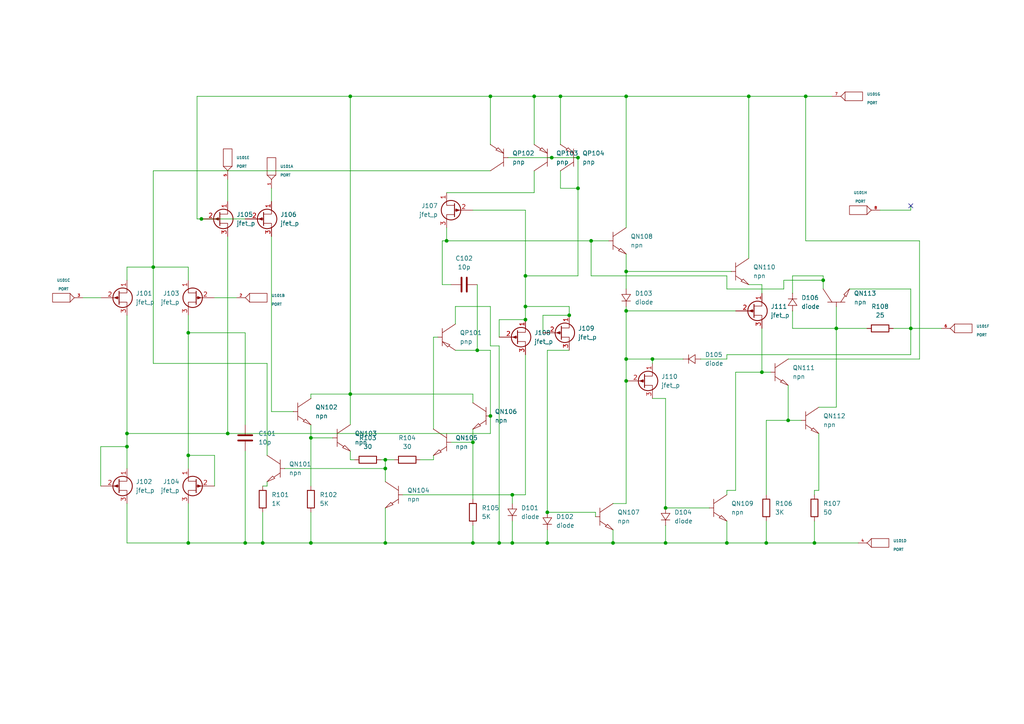
<source format=kicad_sch>
(kicad_sch (version 20211123) (generator eeschema)
  (paper "A4")
  (lib_symbols
    (symbol "LTspice_sym:diode" (pin_numbers hide) (pin_names (offset 0.0254) hide)
      (property "Reference" "D" (at 1.905 0 0))
      (property "Value" "diode" (at 1.905 -5.08 0))
      (symbol "diode_0_0"
        (polyline (pts (xy 0 -3.4798) (xy 2.54 -3.4798)))
        (polyline (pts (xy 0 -1.5748) (xy 1.27 -3.4798)))
        (polyline (pts (xy 0 -1.5748) (xy 2.54 -1.5748)))
        (polyline (pts (xy 1.27 -3.4798) (xy 1.27 -5.08)))
        (polyline (pts (xy 1.27 0) (xy 1.27 -1.5748)))
        (polyline (pts (xy 2.54 -1.5748) (xy 1.27 -3.4798)))
      )
      (symbol "diode_1_1"
        (pin unspecified line (at 1.27 0 0) (length 0) (name "+") (number "1"))
        (pin unspecified line (at 1.27 -5.08 0) (length 0) (name "-") (number "2"))
      )
    )
    (symbol "LTspice_sym:npn" (pin_numbers hide) (pin_names (offset 0.0254) hide)
      (property "Reference" "QN" (at 4.445 -2.54 0))
      (property "Value" "npn" (at 4.445 -5.3848 0))
      (symbol "npn_0_0"
        (polyline (pts (xy 1.27 -6.35) (xy 1.27 -1.27)))
        (polyline (pts (xy 1.27 -3.81) (xy 0 -3.81)))
        (polyline (pts (xy 1.27 -2.54) (xy 5.08 0)))
        (polyline (pts (xy 3.175 -6.35) (xy 1.27 -5.08)))
        (polyline (pts (xy 3.4798 -6.0198) (xy 2.8448 -6.6548)))
        (polyline (pts (xy 5.08 -7.62) (xy 2.8448 -6.6548)))
        (polyline (pts (xy 5.08 -7.62) (xy 3.4798 -6.0198)))
      )
      (symbol "npn_1_1"
        (pin unspecified line (at 5.08 0 0) (length 0) (name "C") (number "1"))
        (pin unspecified line (at 0 -3.81 0) (length 0) (name "B") (number "2"))
        (pin unspecified line (at 5.08 -7.62 0) (length 0) (name "E") (number "3"))
      )
    )
    (symbol "LTspice_sym:pnp" (pin_numbers hide) (pin_names (offset 0.0254) hide)
      (property "Reference" "QP" (at 6.6548 -2.54 0))
      (property "Value" "pnp" (at 6.6548 -5.3848 0))
      (symbol "pnp_0_0"
        (polyline (pts (xy 1.27 -6.35) (xy 1.27 -1.27)))
        (polyline (pts (xy 1.27 -5.08) (xy 2.8448 -6.6548)))
        (polyline (pts (xy 1.27 -5.08) (xy 3.4798 -6.0198)))
        (polyline (pts (xy 1.27 -3.81) (xy 0 -3.81)))
        (polyline (pts (xy 1.27 -2.54) (xy 5.08 0)))
        (polyline (pts (xy 3.175 -6.35) (xy 5.08 -7.62)))
        (polyline (pts (xy 3.4798 -6.0198) (xy 2.8448 -6.6548)))
      )
      (symbol "pnp_1_1"
        (pin unspecified line (at 5.08 0 0) (length 0) (name "C") (number "1"))
        (pin unspecified line (at 0 -3.81 0) (length 0) (name "B") (number "2"))
        (pin unspecified line (at 5.08 -7.62 0) (length 0) (name "E") (number "3"))
      )
    )
    (symbol "eSim_Devices:capacitor" (pin_numbers hide) (pin_names (offset 0.254))
      (property "Reference" "C" (at 0.635 2.54 0))
      (property "Value" "capacitor" (at 0.635 -2.54 0))
      (symbol "capacitor_0_1"
        (polyline (pts (xy -2.032 -0.762) (xy 2.032 -0.762)) (stroke (width 0.508)))
        (polyline (pts (xy -2.032 0.762) (xy 2.032 0.762)) (stroke (width 0.508)))
      )
      (symbol "capacitor_1_1"
        (pin passive line (at 0 3.81 270) (length 2.794) (name "~") (number "1"))
        (pin passive line (at 0 -3.81 90) (length 2.794) (name "~") (number "2"))
      )
    )
    (symbol "eSim_Devices:jfet_p" (pin_names (offset 0) hide)
      (property "Reference" "J" (at -2.54 1.27 0))
      (property "Value" "jfet_p" (at -1.27 3.81 0))
      (symbol "jfet_p_0_1"
        (polyline (pts (xy 0.254 1.905) (xy 0.254 -1.905) (xy 0.254 -1.905)) (stroke (width 0.254)))
        (polyline (pts (xy 2.54 -2.54) (xy 2.54 -1.27) (xy 0.254 -1.27)))
        (polyline (pts (xy 2.54 2.54) (xy 2.54 1.397) (xy 0.254 1.397)))
        (polyline (pts (xy -1.143 0) (xy -0.127 0.381) (xy -0.127 -0.381) (xy -1.143 0)) (fill (type outline)))
        (circle (center 1.27 0) (radius 2.8194) (stroke (width 0.254)))
      )
      (symbol "jfet_p_1_1"
        (pin passive line (at 2.54 5.08 270) (length 2.54) (name "D") (number "1"))
        (pin passive line (at -5.08 0 0) (length 5.334) (name "G") (number "2"))
        (pin passive line (at 2.54 -5.08 90) (length 2.54) (name "S") (number "3"))
      )
    )
    (symbol "eSim_Devices:resistor" (pin_numbers hide) (pin_names (offset 0))
      (property "Reference" "R" (at 1.27 3.302 0))
      (property "Value" "resistor" (at 1.27 -1.27 0))
      (symbol "resistor_0_1"
        (rectangle (start 3.81 0.254) (end -1.27 2.286) (stroke (width 0.254)))
      )
      (symbol "resistor_1_1"
        (pin passive line (at -2.54 1.27 0) (length 1.27) (name "~") (number "1"))
        (pin passive line (at 5.08 1.27 180) (length 1.27) (name "~") (number "2"))
      )
    )
    (symbol "eSim_Miscellaneous:PORT" (pin_names (offset 1.016))
      (property "Reference" "U" (at 1.27 2.54 0))
      (property "Value" "PORT" (at 0 0 0))
      (symbol "PORT_0_1"
        (rectangle (start -2.54 1.27) (end 2.54 -1.27))
        (arc (start 2.54 1.27) (mid 3.1355 0.5955) (end 3.81 0))
        (arc (start 3.81 0) (mid 3.1447 -0.6046) (end 2.54 -1.27))
      )
      (symbol "PORT_1_1"
        (pin bidirectional line (at 6.35 0 180) (length 2.54) (name "~") (number "1"))
      )
      (symbol "PORT_2_1"
        (pin bidirectional line (at 6.35 0 180) (length 2.54) (name "~") (number "2"))
      )
      (symbol "PORT_3_1"
        (pin bidirectional line (at 6.35 0 180) (length 2.54) (name "~") (number "3"))
      )
      (symbol "PORT_4_1"
        (pin bidirectional line (at 6.35 0 180) (length 2.54) (name "~") (number "4"))
      )
      (symbol "PORT_5_1"
        (pin bidirectional line (at 6.35 0 180) (length 2.54) (name "~") (number "5"))
      )
      (symbol "PORT_6_1"
        (pin bidirectional line (at 6.35 0 180) (length 2.54) (name "~") (number "6"))
      )
      (symbol "PORT_7_1"
        (pin bidirectional line (at 6.35 0 180) (length 2.54) (name "~") (number "7"))
      )
      (symbol "PORT_8_1"
        (pin bidirectional line (at 6.35 0 180) (length 2.54) (name "~") (number "8"))
      )
      (symbol "PORT_9_1"
        (pin bidirectional line (at 6.35 0 180) (length 2.54) (name "~") (number "9"))
      )
      (symbol "PORT_10_1"
        (pin bidirectional line (at 6.35 0 180) (length 2.54) (name "~") (number "10"))
      )
      (symbol "PORT_11_1"
        (pin bidirectional line (at 6.35 0 180) (length 2.54) (name "~") (number "11"))
      )
      (symbol "PORT_12_1"
        (pin bidirectional line (at 6.35 0 180) (length 2.54) (name "~") (number "12"))
      )
      (symbol "PORT_13_1"
        (pin bidirectional line (at 6.35 0 180) (length 2.54) (name "~") (number "13"))
      )
      (symbol "PORT_14_1"
        (pin bidirectional line (at 6.35 0 180) (length 2.54) (name "~") (number "14"))
      )
      (symbol "PORT_15_1"
        (pin bidirectional line (at 6.35 0 180) (length 2.54) (name "~") (number "15"))
      )
      (symbol "PORT_16_1"
        (pin bidirectional line (at 6.35 0 180) (length 2.54) (name "~") (number "16"))
      )
      (symbol "PORT_17_1"
        (pin bidirectional line (at 6.35 0 180) (length 2.54) (name "~") (number "17"))
      )
      (symbol "PORT_18_1"
        (pin bidirectional line (at 6.35 0 180) (length 2.54) (name "~") (number "18"))
      )
      (symbol "PORT_19_1"
        (pin bidirectional line (at 6.35 0 180) (length 2.54) (name "~") (number "19"))
      )
      (symbol "PORT_20_1"
        (pin bidirectional line (at 6.35 0 180) (length 2.54) (name "~") (number "20"))
      )
      (symbol "PORT_21_1"
        (pin bidirectional line (at 6.35 0 180) (length 2.54) (name "~") (number "21"))
      )
      (symbol "PORT_22_1"
        (pin bidirectional line (at 6.35 0 180) (length 2.54) (name "~") (number "22"))
      )
      (symbol "PORT_23_1"
        (pin bidirectional line (at 6.35 0 180) (length 2.54) (name "~") (number "23"))
      )
      (symbol "PORT_24_1"
        (pin bidirectional line (at 6.35 0 180) (length 2.54) (name "~") (number "24"))
      )
      (symbol "PORT_25_1"
        (pin bidirectional line (at 6.35 0 180) (length 2.54) (name "~") (number "25"))
      )
      (symbol "PORT_26_1"
        (pin bidirectional line (at 6.35 0 180) (length 2.54) (name "~") (number "26"))
      )
    )
    (symbol "pnp_1" (pin_numbers hide) (pin_names (offset 0.0254) hide)
      (property "Reference" "QP" (at 6.6548 -2.54 0))
      (property "Value" "pnp_1" (at 6.6548 -5.3848 0))
      (symbol "pnp_1_0_0"
        (polyline (pts (xy 1.27 -6.35) (xy 1.27 -1.27)))
        (polyline (pts (xy 1.27 -5.08) (xy 2.8448 -6.6548)))
        (polyline (pts (xy 1.27 -5.08) (xy 3.4798 -6.0198)))
        (polyline (pts (xy 1.27 -3.81) (xy 0 -3.81)))
        (polyline (pts (xy 1.27 -2.54) (xy 5.08 0)))
        (polyline (pts (xy 3.175 -6.35) (xy 5.08 -7.62)))
        (polyline (pts (xy 3.4798 -6.0198) (xy 2.8448 -6.6548)))
      )
      (symbol "pnp_1_1_1"
        (pin unspecified line (at 5.08 0 0) (length 0) (name "C") (number "1"))
        (pin unspecified line (at 0 -3.81 0) (length 0) (name "B") (number "2"))
        (pin unspecified line (at 5.08 -7.62 0) (length 0) (name "E") (number "3"))
      )
    )
  )
  (junction (at 167.64 45.72))
  (junction (at 144.78 157.48))
  (junction (at 217.17 27.94))
  (junction (at 148.59 157.48))
  (junction (at 171.45 69.85))
  (junction (at 181.61 104.14))
  (junction (at 242.57 95.25))
  (junction (at 220.98 107.95))
  (junction (at 158.75 157.48))
  (junction (at 193.04 157.48))
  (junction (at 36.83 125.73))
  (junction (at 90.17 157.48))
  (junction (at 76.2 157.48))
  (junction (at 142.24 27.94))
  (junction (at 189.23 104.14))
  (junction (at 228.6 121.92))
  (junction (at 236.22 157.48))
  (junction (at 111.76 133.35))
  (junction (at 111.76 157.48))
  (junction (at 177.8 157.48))
  (junction (at 181.61 27.94))
  (junction (at 238.76 81.28))
  (junction (at 222.25 157.48))
  (junction (at 58.42 63.5))
  (junction (at 152.4 88.9))
  (junction (at 54.61 157.48))
  (junction (at 71.12 157.48))
  (junction (at 152.4 80.01))
  (junction (at 44.45 77.47))
  (junction (at 66.04 125.73))
  (junction (at 137.16 128.27))
  (junction (at 148.59 143.51))
  (junction (at 101.6 114.3))
  (junction (at 264.16 95.25))
  (junction (at 165.1 91.44))
  (junction (at 181.61 90.17))
  (junction (at 193.04 147.32))
  (junction (at 54.61 132.08))
  (junction (at 162.56 27.94))
  (junction (at 181.61 78.74))
  (junction (at 152.4 92.71))
  (junction (at 160.02 45.72))
  (junction (at 181.61 110.49))
  (junction (at 137.16 157.48))
  (junction (at 129.54 69.85))
  (junction (at 101.6 27.94))
  (junction (at 233.68 27.94))
  (junction (at 154.94 27.94))
  (junction (at 54.61 96.52))
  (junction (at 210.82 157.48))
  (junction (at 111.76 135.89))
  (junction (at 158.75 148.59))
  (junction (at 90.17 127))
  (junction (at 36.83 129.54))
  (junction (at 142.24 120.65))
  (junction (at 138.43 101.6))
  (junction (at 167.64 54.61))
  (no_connect (at 264.16 59.69))
  (wire (pts (xy 144.78 100.33) (xy 144.78 157.48)))
  (wire (pts (xy 172.72 148.59) (xy 172.72 149.86)))
  (wire (pts (xy 266.7 69.85) (xy 233.68 69.85)))
  (wire (pts (xy 54.61 91.44) (xy 54.61 96.52)))
  (wire (pts (xy 29.21 140.97) (xy 29.21 129.54)))
  (wire (pts (xy 129.54 55.88) (xy 154.94 55.88)))
  (wire (pts (xy 128.27 82.55) (xy 128.27 69.85)))
  (wire (pts (xy 210.82 83.82) (xy 227.33 83.82)))
  (wire (pts (xy 137.16 114.3) (xy 137.16 116.84)))
  (wire (pts (xy 71.12 130.81) (xy 71.12 157.48)))
  (wire (pts (xy 54.61 157.48) (xy 71.12 157.48)))
  (wire (pts (xy 255.27 60.96) (xy 264.16 60.96)))
  (wire (pts (xy 229.87 90.17) (xy 229.87 95.25)))
  (wire (pts (xy 152.4 88.9) (xy 152.4 92.71)))
  (wire (pts (xy 193.04 147.32) (xy 205.74 147.32)))
  (wire (pts (xy 127 97.79) (xy 125.73 97.79)))
  (wire (pts (xy 142.24 100.33) (xy 144.78 100.33)))
  (wire (pts (xy 217.17 27.94) (xy 233.68 27.94)))
  (wire (pts (xy 57.15 27.94) (xy 57.15 63.5)))
  (wire (pts (xy 248.92 157.48) (xy 236.22 157.48)))
  (wire (pts (xy 181.61 78.74) (xy 212.09 78.74)))
  (wire (pts (xy 130.81 82.55) (xy 128.27 82.55)))
  (wire (pts (xy 62.23 132.08) (xy 54.61 132.08)))
  (wire (pts (xy 147.32 45.72) (xy 160.02 45.72)))
  (wire (pts (xy 129.54 69.85) (xy 171.45 69.85)))
  (wire (pts (xy 138.43 82.55) (xy 138.43 101.6)))
  (wire (pts (xy 36.83 125.73) (xy 66.04 125.73)))
  (wire (pts (xy 181.61 90.17) (xy 181.61 104.14)))
  (wire (pts (xy 213.36 142.24) (xy 210.82 142.24)))
  (wire (pts (xy 152.4 60.96) (xy 152.4 80.01)))
  (wire (pts (xy 144.78 92.71) (xy 152.4 92.71)))
  (wire (pts (xy 36.83 157.48) (xy 54.61 157.48)))
  (wire (pts (xy 111.76 147.32) (xy 111.76 157.48)))
  (wire (pts (xy 213.36 142.24) (xy 213.36 107.95)))
  (wire (pts (xy 142.24 120.65) (xy 142.24 125.73)))
  (wire (pts (xy 157.48 91.44) (xy 165.1 91.44)))
  (wire (pts (xy 266.7 104.14) (xy 266.7 69.85)))
  (wire (pts (xy 137.16 152.4) (xy 137.16 157.48)))
  (wire (pts (xy 222.25 157.48) (xy 236.22 157.48)))
  (wire (pts (xy 220.98 82.55) (xy 220.98 85.09)))
  (wire (pts (xy 54.61 146.05) (xy 54.61 157.48)))
  (wire (pts (xy 165.1 101.6) (xy 158.75 101.6)))
  (wire (pts (xy 78.74 119.38) (xy 85.09 119.38)))
  (wire (pts (xy 203.2 104.14) (xy 210.82 104.14)))
  (wire (pts (xy 181.61 78.74) (xy 181.61 83.82)))
  (wire (pts (xy 142.24 120.65) (xy 142.24 101.6)))
  (wire (pts (xy 101.6 27.94) (xy 101.6 114.3)))
  (wire (pts (xy 158.75 148.59) (xy 172.72 148.59)))
  (wire (pts (xy 132.08 88.9) (xy 142.24 88.9)))
  (wire (pts (xy 66.04 68.58) (xy 66.04 125.73)))
  (wire (pts (xy 264.16 102.87) (xy 264.16 95.25)))
  (wire (pts (xy 238.76 81.28) (xy 238.76 83.82)))
  (wire (pts (xy 101.6 123.19) (xy 101.6 114.3)))
  (wire (pts (xy 36.83 125.73) (xy 36.83 129.54)))
  (wire (pts (xy 228.6 104.14) (xy 266.7 104.14)))
  (wire (pts (xy 189.23 115.57) (xy 193.04 115.57)))
  (wire (pts (xy 229.87 80.01) (xy 238.76 80.01)))
  (wire (pts (xy 193.04 152.4) (xy 193.04 157.48)))
  (wire (pts (xy 181.61 110.49) (xy 181.61 146.05)))
  (wire (pts (xy 110.49 133.35) (xy 111.76 133.35)))
  (wire (pts (xy 144.78 97.79) (xy 144.78 92.71)))
  (wire (pts (xy 210.82 104.14) (xy 210.82 102.87)))
  (wire (pts (xy 76.2 157.48) (xy 71.12 157.48)))
  (wire (pts (xy 236.22 151.13) (xy 236.22 157.48)))
  (wire (pts (xy 77.47 139.7) (xy 77.47 140.97)))
  (wire (pts (xy 77.47 105.41) (xy 44.45 105.41)))
  (wire (pts (xy 210.82 157.48) (xy 222.25 157.48)))
  (wire (pts (xy 58.42 63.5) (xy 71.12 63.5)))
  (wire (pts (xy 142.24 101.6) (xy 138.43 101.6)))
  (wire (pts (xy 264.16 59.69) (xy 264.16 60.96)))
  (wire (pts (xy 102.87 133.35) (xy 101.6 133.35)))
  (wire (pts (xy 177.8 153.67) (xy 177.8 157.48)))
  (wire (pts (xy 222.25 151.13) (xy 222.25 157.48)))
  (wire (pts (xy 111.76 135.89) (xy 111.76 139.7)))
  (wire (pts (xy 167.64 45.72) (xy 167.64 54.61)))
  (wire (pts (xy 237.49 125.73) (xy 237.49 142.24)))
  (wire (pts (xy 189.23 104.14) (xy 181.61 104.14)))
  (wire (pts (xy 137.16 157.48) (xy 111.76 157.48)))
  (wire (pts (xy 193.04 157.48) (xy 177.8 157.48)))
  (wire (pts (xy 259.08 95.25) (xy 264.16 95.25)))
  (wire (pts (xy 162.56 27.94) (xy 181.61 27.94)))
  (wire (pts (xy 227.33 81.28) (xy 238.76 81.28)))
  (wire (pts (xy 90.17 127) (xy 96.52 127)))
  (wire (pts (xy 176.53 69.85) (xy 171.45 69.85)))
  (wire (pts (xy 90.17 157.48) (xy 76.2 157.48)))
  (wire (pts (xy 90.17 114.3) (xy 101.6 114.3)))
  (wire (pts (xy 171.45 69.85) (xy 171.45 80.01)))
  (wire (pts (xy 233.68 27.94) (xy 241.3 27.94)))
  (wire (pts (xy 44.45 105.41) (xy 44.45 77.47)))
  (wire (pts (xy 142.24 27.94) (xy 154.94 27.94)))
  (wire (pts (xy 158.75 153.67) (xy 158.75 157.48)))
  (wire (pts (xy 167.64 80.01) (xy 152.4 80.01)))
  (wire (pts (xy 193.04 115.57) (xy 193.04 147.32)))
  (wire (pts (xy 210.82 151.13) (xy 210.82 157.48)))
  (wire (pts (xy 44.45 49.53) (xy 142.24 49.53)))
  (wire (pts (xy 90.17 127) (xy 90.17 140.97)))
  (wire (pts (xy 273.05 95.25) (xy 264.16 95.25)))
  (wire (pts (xy 152.4 80.01) (xy 152.4 88.9)))
  (wire (pts (xy 36.83 129.54) (xy 36.83 135.89)))
  (wire (pts (xy 242.57 88.9) (xy 242.57 95.25)))
  (wire (pts (xy 54.61 132.08) (xy 54.61 135.89)))
  (wire (pts (xy 165.1 91.44) (xy 165.1 88.9)))
  (wire (pts (xy 152.4 143.51) (xy 148.59 143.51)))
  (wire (pts (xy 90.17 148.59) (xy 90.17 157.48)))
  (wire (pts (xy 242.57 95.25) (xy 242.57 118.11)))
  (wire (pts (xy 189.23 104.14) (xy 198.12 104.14)))
  (wire (pts (xy 217.17 82.55) (xy 220.98 82.55)))
  (wire (pts (xy 54.61 96.52) (xy 54.61 132.08)))
  (wire (pts (xy 111.76 133.35) (xy 114.3 133.35)))
  (wire (pts (xy 76.2 148.59) (xy 76.2 157.48)))
  (wire (pts (xy 154.94 27.94) (xy 154.94 41.91)))
  (wire (pts (xy 54.61 77.47) (xy 54.61 81.28)))
  (wire (pts (xy 162.56 27.94) (xy 162.56 41.91)))
  (wire (pts (xy 229.87 95.25) (xy 242.57 95.25)))
  (wire (pts (xy 77.47 140.97) (xy 76.2 140.97)))
  (wire (pts (xy 142.24 88.9) (xy 142.24 100.33)))
  (wire (pts (xy 220.98 107.95) (xy 223.52 107.95)))
  (wire (pts (xy 36.83 77.47) (xy 44.45 77.47)))
  (wire (pts (xy 66.04 125.73) (xy 142.24 125.73)))
  (wire (pts (xy 181.61 88.9) (xy 181.61 90.17)))
  (wire (pts (xy 210.82 80.01) (xy 210.82 83.82)))
  (wire (pts (xy 238.76 80.01) (xy 238.76 81.28)))
  (wire (pts (xy 130.81 128.27) (xy 137.16 128.27)))
  (wire (pts (xy 232.41 121.92) (xy 228.6 121.92)))
  (wire (pts (xy 82.55 135.89) (xy 111.76 135.89)))
  (wire (pts (xy 78.74 68.58) (xy 78.74 119.38)))
  (wire (pts (xy 44.45 49.53) (xy 44.45 77.47)))
  (wire (pts (xy 152.4 102.87) (xy 152.4 143.51)))
  (wire (pts (xy 137.16 144.78) (xy 137.16 128.27)))
  (wire (pts (xy 148.59 157.48) (xy 144.78 157.48)))
  (wire (pts (xy 101.6 27.94) (xy 142.24 27.94)))
  (wire (pts (xy 181.61 73.66) (xy 181.61 78.74)))
  (wire (pts (xy 71.12 123.19) (xy 71.12 96.52)))
  (wire (pts (xy 36.83 91.44) (xy 36.83 125.73)))
  (wire (pts (xy 181.61 27.94) (xy 217.17 27.94)))
  (wire (pts (xy 220.98 95.25) (xy 220.98 107.95)))
  (wire (pts (xy 242.57 118.11) (xy 237.49 118.11)))
  (wire (pts (xy 237.49 142.24) (xy 236.22 142.24)))
  (wire (pts (xy 57.15 27.94) (xy 101.6 27.94)))
  (wire (pts (xy 142.24 27.94) (xy 142.24 41.91)))
  (wire (pts (xy 222.25 121.92) (xy 222.25 143.51)))
  (wire (pts (xy 236.22 142.24) (xy 236.22 143.51)))
  (wire (pts (xy 24.13 86.36) (xy 29.21 86.36)))
  (wire (pts (xy 264.16 83.82) (xy 264.16 95.25)))
  (wire (pts (xy 90.17 123.19) (xy 90.17 127)))
  (wire (pts (xy 171.45 80.01) (xy 210.82 80.01)))
  (wire (pts (xy 144.78 157.48) (xy 137.16 157.48)))
  (wire (pts (xy 162.56 49.53) (xy 162.56 54.61)))
  (wire (pts (xy 148.59 146.05) (xy 148.59 143.51)))
  (wire (pts (xy 242.57 95.25) (xy 251.46 95.25)))
  (wire (pts (xy 233.68 69.85) (xy 233.68 27.94)))
  (wire (pts (xy 181.61 27.94) (xy 181.61 66.04)))
  (wire (pts (xy 210.82 157.48) (xy 193.04 157.48)))
  (wire (pts (xy 228.6 121.92) (xy 222.25 121.92)))
  (wire (pts (xy 165.1 88.9) (xy 152.4 88.9)))
  (wire (pts (xy 77.47 132.08) (xy 77.47 105.41)))
  (wire (pts (xy 138.43 101.6) (xy 132.08 101.6)))
  (wire (pts (xy 101.6 133.35) (xy 101.6 130.81)))
  (wire (pts (xy 181.61 146.05) (xy 177.8 146.05)))
  (wire (pts (xy 90.17 115.57) (xy 90.17 114.3)))
  (wire (pts (xy 78.74 54.61) (xy 78.74 58.42)))
  (wire (pts (xy 181.61 104.14) (xy 181.61 110.49)))
  (wire (pts (xy 129.54 66.04) (xy 129.54 69.85)))
  (wire (pts (xy 213.36 107.95) (xy 220.98 107.95)))
  (wire (pts (xy 148.59 143.51) (xy 116.84 143.51)))
  (wire (pts (xy 162.56 54.61) (xy 167.64 54.61)))
  (wire (pts (xy 125.73 132.08) (xy 125.73 133.35)))
  (wire (pts (xy 29.21 129.54) (xy 36.83 129.54)))
  (wire (pts (xy 111.76 133.35) (xy 111.76 135.89)))
  (wire (pts (xy 229.87 85.09) (xy 229.87 80.01)))
  (wire (pts (xy 111.76 157.48) (xy 90.17 157.48)))
  (wire (pts (xy 66.04 52.07) (xy 66.04 58.42)))
  (wire (pts (xy 167.64 54.61) (xy 167.64 80.01)))
  (wire (pts (xy 158.75 101.6) (xy 158.75 148.59)))
  (wire (pts (xy 71.12 96.52) (xy 54.61 96.52)))
  (wire (pts (xy 154.94 27.94) (xy 162.56 27.94)))
  (wire (pts (xy 227.33 83.82) (xy 227.33 81.28)))
  (wire (pts (xy 128.27 69.85) (xy 129.54 69.85)))
  (wire (pts (xy 125.73 97.79) (xy 125.73 124.46)))
  (wire (pts (xy 62.23 140.97) (xy 62.23 132.08)))
  (wire (pts (xy 228.6 111.76) (xy 228.6 121.92)))
  (wire (pts (xy 210.82 142.24) (xy 210.82 143.51)))
  (wire (pts (xy 44.45 77.47) (xy 54.61 77.47)))
  (wire (pts (xy 36.83 146.05) (xy 36.83 157.48)))
  (wire (pts (xy 137.16 128.27) (xy 137.16 124.46)))
  (wire (pts (xy 101.6 114.3) (xy 137.16 114.3)))
  (wire (pts (xy 160.02 45.72) (xy 167.64 45.72)))
  (wire (pts (xy 154.94 55.88) (xy 154.94 49.53)))
  (wire (pts (xy 137.16 60.96) (xy 152.4 60.96)))
  (wire (pts (xy 217.17 27.94) (xy 217.17 74.93)))
  (wire (pts (xy 246.38 83.82) (xy 264.16 83.82)))
  (wire (pts (xy 57.15 63.5) (xy 58.42 63.5)))
  (wire (pts (xy 68.58 86.36) (xy 62.23 86.36)))
  (wire (pts (xy 125.73 133.35) (xy 121.92 133.35)))
  (wire (pts (xy 189.23 105.41) (xy 189.23 104.14)))
  (wire (pts (xy 213.36 90.17) (xy 181.61 90.17)))
  (wire (pts (xy 157.48 96.52) (xy 157.48 91.44)))
  (wire (pts (xy 132.08 93.98) (xy 132.08 88.9)))
  (wire (pts (xy 210.82 102.87) (xy 264.16 102.87)))
  (wire (pts (xy 148.59 157.48) (xy 158.75 157.48)))
  (wire (pts (xy 177.8 157.48) (xy 158.75 157.48)))
  (wire (pts (xy 148.59 151.13) (xy 148.59 157.48)))
  (wire (pts (xy 36.83 81.28) (xy 36.83 77.47)))
  (symbol (lib_id "eSim_Miscellaneous:PORT") (at 247.65 27.94 180) (unit 7)
    (property "Reference" "U101" (at 251.46 27.305 0) (effects (font (size 0.762 0.762)) (justify right)))
    (property "Value" "PORT" (at 251.46 29.845 0) (effects (font (size 0.762 0.762)) (justify right)))
  )
  (symbol (lib_id "eSim_Devices:resistor") (at 91.44 146.05 90) (unit 1)
    (property "Reference" "R102" (at 92.71 143.5099 90) (effects (justify right)))
    (property "Value" "5K" (at 92.71 146.0499 90) (effects (justify right)))
  )
  (symbol (lib_id "LTspice_sym:diode") (at 203.2 105.41 270) (mirror x) (unit 1)
    (property "Reference" "D105" (at 204.47 102.8699 90) (effects (justify left)))
    (property "Value" "diode" (at 204.47 105.4099 90) (effects (justify left)))
    (property "Field5" "D" (effects hide))
  )
  (symbol (lib_id "eSim_Devices:jfet_p") (at 63.5 63.5 0) (unit 1)
    (property "Reference" "J105" (at 68.58 62.2299 0) (effects (justify left)))
    (property "Value" "jfet_p" (at 68.58 64.7699 0) (effects (justify left)))
  )
  (symbol (lib_name "pnp_1") (lib_id "LTspice_sym:pnp") (at 167.64 49.53 180) (unit 1)
    (property "Reference" "QP104" (at 168.91 44.4499 0) (effects (justify right)))
    (property "Value" "pnp" (at 168.91 46.9899 0) (effects (justify right)))
    (property "Field5" "PNP" (effects hide))
  )
  (symbol (lib_id "eSim_Miscellaneous:PORT") (at 66.04 45.72 270) (unit 5)
    (property "Reference" "U101" (at 68.58 45.72 90) (effects (font (size 0.762 0.762)) (justify left)))
    (property "Value" "PORT" (at 68.58 48.26 90) (effects (font (size 0.762 0.762)) (justify left)))
  )
  (symbol (lib_id "LTspice_sym:npn") (at 232.41 118.11 0) (unit 1)
    (property "Reference" "QN112" (at 238.76 120.6499 0) (effects (justify left)))
    (property "Value" "npn" (at 238.76 123.1899 0) (effects (justify left)))
    (property "Field5" "NPN" (effects hide))
  )
  (symbol (lib_id "eSim_Devices:jfet_p") (at 34.29 86.36 0) (unit 1)
    (property "Reference" "J101" (at 39.37 85.0899 0) (effects (justify left)))
    (property "Value" "jfet_p" (at 39.37 87.6299 0) (effects (justify left)))
  )
  (symbol (lib_id "eSim_Miscellaneous:PORT") (at 279.4 95.25 180) (unit 6)
    (property "Reference" "U101" (at 283.21 94.615 0) (effects (font (size 0.762 0.762)) (justify right)))
    (property "Value" "PORT" (at 283.21 97.155 0) (effects (font (size 0.762 0.762)) (justify right)))
  )
  (symbol (lib_id "LTspice_sym:npn") (at 130.81 124.46 0) (mirror y) (unit 1)
    (property "Reference" "QN105" (at 132.08 126.9999 0) (effects (justify right)))
    (property "Value" "npn" (at 132.08 129.5399 0) (effects (justify right)))
    (property "Field5" "NPN" (effects hide))
  )
  (symbol (lib_id "eSim_Devices:jfet_p") (at 162.56 96.52 0) (unit 1)
    (property "Reference" "J109" (at 167.64 95.2499 0) (effects (justify left)))
    (property "Value" "jfet_p" (at 167.64 97.7899 0) (effects (justify left)))
  )
  (symbol (lib_id "LTspice_sym:npn") (at 96.52 123.19 0) (unit 1)
    (property "Reference" "QN103" (at 102.87 125.7299 0) (effects (justify left)))
    (property "Value" "npn" (at 102.87 128.2699 0) (effects (justify left)))
    (property "Field5" "NPN" (effects hide))
  )
  (symbol (lib_id "eSim_Devices:resistor") (at 256.54 93.98 180) (unit 1)
    (property "Reference" "R108" (at 255.27 88.9 0))
    (property "Value" "25" (at 255.27 91.44 0))
  )
  (symbol (lib_name "pnp_1") (lib_id "LTspice_sym:pnp") (at 160.02 49.53 180) (unit 1)
    (property "Reference" "QP103" (at 161.29 44.4499 0) (effects (justify right)))
    (property "Value" "pnp" (at 161.29 46.9899 0) (effects (justify right)))
    (property "Field5" "PNP" (effects hide))
  )
  (symbol (lib_id "LTspice_sym:diode") (at 147.32 146.05 0) (unit 1)
    (property "Reference" "D101" (at 151.13 147.3199 0) (effects (justify left)))
    (property "Value" "diode" (at 151.13 149.8599 0) (effects (justify left)))
    (property "Field5" "D" (effects hide))
  )
  (symbol (lib_id "eSim_Devices:capacitor") (at 134.62 82.55 90) (unit 1)
    (property "Reference" "C102" (at 134.62 74.93 90))
    (property "Value" "10p" (at 134.62 77.47 90))
  )
  (symbol (lib_id "LTspice_sym:npn") (at 176.53 66.04 0) (unit 1)
    (property "Reference" "QN108" (at 182.88 68.5799 0) (effects (justify left)))
    (property "Value" "npn" (at 182.88 71.1199 0) (effects (justify left)))
    (property "Field5" "NPN" (effects hide))
  )
  (symbol (lib_id "eSim_Devices:resistor") (at 223.52 148.59 90) (unit 1)
    (property "Reference" "R106" (at 224.79 146.0499 90) (effects (justify right)))
    (property "Value" "3K" (at 224.79 148.5899 90) (effects (justify right)))
  )
  (symbol (lib_id "LTspice_sym:npn") (at 116.84 139.7 0) (mirror y) (unit 1)
    (property "Reference" "QN104" (at 118.11 142.2399 0) (effects (justify right)))
    (property "Value" "npn" (at 118.11 144.7799 0) (effects (justify right)))
    (property "Field5" "NPN" (effects hide))
  )
  (symbol (lib_id "eSim_Devices:jfet_p") (at 186.69 110.49 0) (unit 1)
    (property "Reference" "J110" (at 191.77 109.2199 0) (effects (justify left)))
    (property "Value" "jfet_p" (at 191.77 111.7599 0) (effects (justify left)))
  )
  (symbol (lib_id "LTspice_sym:npn") (at 82.55 132.08 0) (mirror y) (unit 1)
    (property "Reference" "QN101" (at 83.82 134.6199 0) (effects (justify right)))
    (property "Value" "npn" (at 83.82 137.1599 0) (effects (justify right)))
    (property "Field5" "NPN" (effects hide))
  )
  (symbol (lib_id "eSim_Devices:resistor") (at 77.47 146.05 90) (unit 1)
    (property "Reference" "R101" (at 78.74 143.5099 90) (effects (justify right)))
    (property "Value" "1K" (at 78.74 146.0499 90) (effects (justify right)))
  )
  (symbol (lib_id "LTspice_sym:diode") (at 180.34 83.82 0) (unit 1)
    (property "Reference" "D103" (at 184.15 85.0899 0) (effects (justify left)))
    (property "Value" "diode" (at 184.15 87.6299 0) (effects (justify left)))
    (property "Field5" "D" (effects hide))
  )
  (symbol (lib_id "eSim_Devices:jfet_p") (at 218.44 90.17 0) (unit 1)
    (property "Reference" "J111" (at 223.52 88.8999 0) (effects (justify left)))
    (property "Value" "jfet_p" (at 223.52 91.4399 0) (effects (justify left)))
  )
  (symbol (lib_id "LTspice_sym:diode") (at 231.14 90.17 180) (unit 1)
    (property "Reference" "D106" (at 232.41 86.3599 0) (effects (justify right)))
    (property "Value" "diode" (at 232.41 88.8999 0) (effects (justify right)))
    (property "Field5" "D" (effects hide))
  )
  (symbol (lib_id "eSim_Devices:jfet_p") (at 76.2 63.5 0) (unit 1)
    (property "Reference" "J106" (at 81.28 62.2299 0) (effects (justify left)))
    (property "Value" "jfet_p" (at 81.28 64.7699 0) (effects (justify left)))
  )
  (symbol (lib_id "eSim_Devices:jfet_p") (at 57.15 86.36 0) (mirror y) (unit 1)
    (property "Reference" "J103" (at 52.07 85.0899 0) (effects (justify left)))
    (property "Value" "jfet_p" (at 52.07 87.6299 0) (effects (justify left)))
  )
  (symbol (lib_id "LTspice_sym:pnp") (at 127 93.98 0) (unit 1)
    (property "Reference" "QP101" (at 133.35 96.5199 0) (effects (justify left)))
    (property "Value" "pnp" (at 133.35 99.0599 0) (effects (justify left)))
    (property "Field5" "PNP" (effects hide))
  )
  (symbol (lib_id "LTspice_sym:npn") (at 142.24 116.84 0) (mirror y) (unit 1)
    (property "Reference" "QN106" (at 143.51 119.3799 0) (effects (justify right)))
    (property "Value" "npn" (at 143.51 121.9199 0) (effects (justify right)))
    (property "Field5" "NPN" (effects hide))
  )
  (symbol (lib_id "eSim_Miscellaneous:PORT") (at 255.27 157.48 180) (unit 4)
    (property "Reference" "U101" (at 259.08 156.845 0) (effects (font (size 0.762 0.762)) (justify right)))
    (property "Value" "PORT" (at 259.08 159.385 0) (effects (font (size 0.762 0.762)) (justify right)))
  )
  (symbol (lib_id "LTspice_sym:npn") (at 85.09 115.57 0) (unit 1)
    (property "Reference" "QN102" (at 91.44 118.1099 0) (effects (justify left)))
    (property "Value" "npn" (at 91.44 120.6499 0) (effects (justify left)))
    (property "Field5" "NPN" (effects hide))
  )
  (symbol (lib_id "LTspice_sym:npn") (at 223.52 104.14 0) (unit 1)
    (property "Reference" "QN111" (at 229.87 106.6799 0) (effects (justify left)))
    (property "Value" "npn" (at 229.87 109.2199 0) (effects (justify left)))
    (property "Field5" "NPN" (effects hide))
  )
  (symbol (lib_id "eSim_Devices:jfet_p") (at 132.08 60.96 0) (mirror y) (unit 1)
    (property "Reference" "J107" (at 127 59.6899 0) (effects (justify left)))
    (property "Value" "jfet_p" (at 127 62.2299 0) (effects (justify left)))
  )
  (symbol (lib_id "LTspice_sym:npn") (at 205.74 143.51 0) (unit 1)
    (property "Reference" "QN109" (at 212.09 146.0499 0) (effects (justify left)))
    (property "Value" "npn" (at 212.09 148.5899 0) (effects (justify left)))
    (property "Field5" "NPN" (effects hide))
  )
  (symbol (lib_id "eSim_Devices:resistor") (at 107.95 132.08 180) (unit 1)
    (property "Reference" "R103" (at 106.68 127 0))
    (property "Value" "30" (at 106.68 129.54 0))
  )
  (symbol (lib_id "LTspice_sym:diode") (at 191.77 147.32 0) (unit 1)
    (property "Reference" "D104" (at 195.58 148.5899 0) (effects (justify left)))
    (property "Value" "diode" (at 195.58 151.1299 0) (effects (justify left)))
    (property "Field5" "D" (effects hide))
  )
  (symbol (lib_id "eSim_Miscellaneous:PORT") (at 74.93 86.36 180) (unit 2)
    (property "Reference" "U101" (at 78.74 85.725 0) (effects (font (size 0.762 0.762)) (justify right)))
    (property "Value" "PORT" (at 78.74 88.265 0) (effects (font (size 0.762 0.762)) (justify right)))
  )
  (symbol (lib_id "eSim_Devices:resistor") (at 138.43 149.86 90) (unit 1)
    (property "Reference" "R105" (at 139.7 147.3199 90) (effects (justify right)))
    (property "Value" "5K" (at 139.7 149.8599 90) (effects (justify right)))
  )
  (symbol (lib_id "eSim_Devices:resistor") (at 237.49 148.59 90) (unit 1)
    (property "Reference" "R107" (at 238.76 146.0499 90) (effects (justify right)))
    (property "Value" "50" (at 238.76 148.5899 90) (effects (justify right)))
  )
  (symbol (lib_id "eSim_Miscellaneous:PORT") (at 248.92 60.96 0) (unit 8)
    (property "Reference" "U101" (at 249.555 55.88 0) (effects (font (size 0.762 0.762))))
    (property "Value" "PORT" (at 249.555 58.42 0) (effects (font (size 0.762 0.762))))
  )
  (symbol (lib_name "pnp_1") (lib_id "LTspice_sym:pnp") (at 147.32 49.53 180) (unit 1)
    (property "Reference" "QP102" (at 148.59 44.4499 0) (effects (justify right)))
    (property "Value" "pnp" (at 148.59 46.9899 0) (effects (justify right)))
    (property "Field5" "PNP" (effects hide))
  )
  (symbol (lib_id "LTspice_sym:npn") (at 212.09 74.93 0) (unit 1)
    (property "Reference" "QN110" (at 218.44 77.4699 0) (effects (justify left)))
    (property "Value" "npn" (at 218.44 80.0099 0) (effects (justify left)))
    (property "Field5" "NPN" (effects hide))
  )
  (symbol (lib_id "LTspice_sym:npn") (at 172.72 146.05 0) (unit 1)
    (property "Reference" "QN107" (at 179.07 148.5899 0) (effects (justify left)))
    (property "Value" "npn" (at 179.07 151.1299 0) (effects (justify left)))
    (property "Field5" "NPN" (effects hide))
  )
  (symbol (lib_id "eSim_Miscellaneous:PORT") (at 17.78 86.36 0) (unit 3)
    (property "Reference" "U101" (at 18.415 81.28 0) (effects (font (size 0.762 0.762))))
    (property "Value" "PORT" (at 18.415 83.82 0) (effects (font (size 0.762 0.762))))
  )
  (symbol (lib_id "eSim_Devices:jfet_p") (at 57.15 140.97 0) (mirror y) (unit 1)
    (property "Reference" "J104" (at 52.07 139.6999 0) (effects (justify left)))
    (property "Value" "jfet_p" (at 52.07 142.2399 0) (effects (justify left)))
  )
  (symbol (lib_id "eSim_Devices:resistor") (at 119.38 132.08 180) (unit 1)
    (property "Reference" "R104" (at 118.11 127 0))
    (property "Value" "30" (at 118.11 129.54 0))
  )
  (symbol (lib_id "eSim_Miscellaneous:PORT") (at 78.74 48.26 270) (unit 1)
    (property "Reference" "U101" (at 81.28 48.26 90) (effects (font (size 0.762 0.762)) (justify left)))
    (property "Value" "PORT" (at 81.28 50.8 90) (effects (font (size 0.762 0.762)) (justify left)))
  )
  (symbol (lib_id "eSim_Devices:jfet_p") (at 149.86 97.79 0) (unit 1)
    (property "Reference" "J108" (at 154.94 96.5199 0) (effects (justify left)))
    (property "Value" "jfet_p" (at 154.94 99.0599 0) (effects (justify left)))
  )
  (symbol (lib_id "LTspice_sym:npn") (at 238.76 88.9 90) (unit 1)
    (property "Reference" "QN113" (at 247.65 85.0899 90) (effects (justify right)))
    (property "Value" "npn" (at 247.65 87.6299 90) (effects (justify right)))
    (property "Field5" "NPN" (effects hide))
  )
  (symbol (lib_id "eSim_Devices:capacitor") (at 71.12 127 0) (unit 1)
    (property "Reference" "C101" (at 74.93 125.7299 0) (effects (justify left)))
    (property "Value" "10p" (at 74.93 128.2699 0) (effects (justify left)))
  )
  (symbol (lib_id "eSim_Devices:jfet_p") (at 34.29 140.97 0) (unit 1)
    (property "Reference" "J102" (at 39.37 139.6999 0) (effects (justify left)))
    (property "Value" "jfet_p" (at 39.37 142.2399 0) (effects (justify left)))
  )
  (symbol (lib_id "LTspice_sym:diode") (at 157.48 148.59 0) (unit 1)
    (property "Reference" "D102" (at 161.29 149.8599 0) (effects (justify left)))
    (property "Value" "diode" (at 161.29 152.3999 0) (effects (justify left)))
    (property "Field5" "D" (effects hide))
  )
)
</source>
